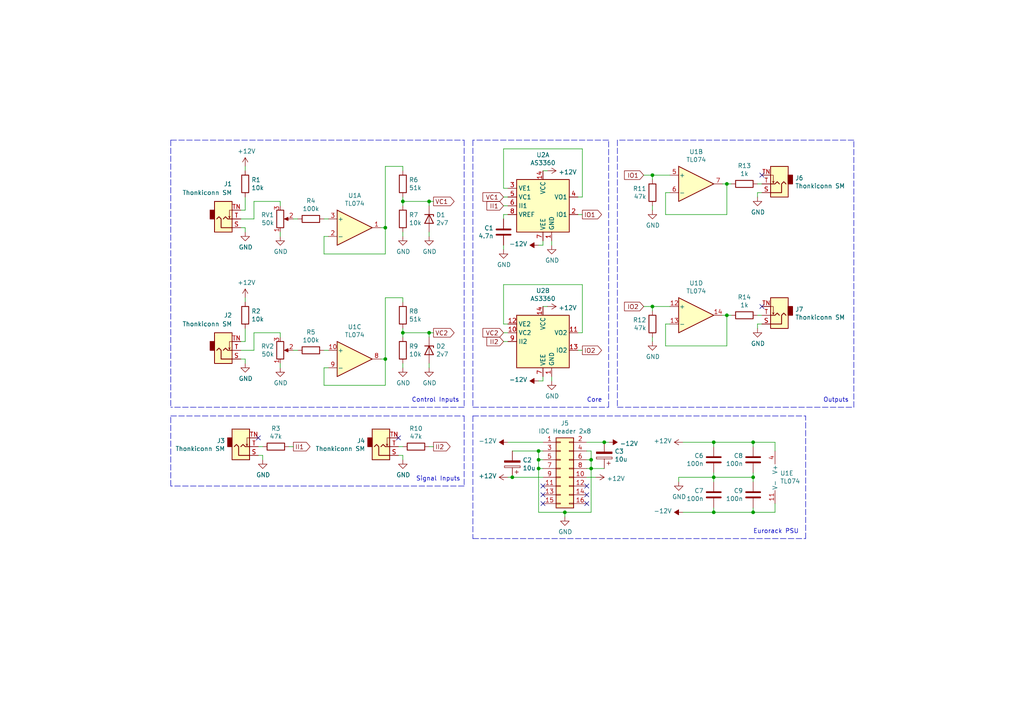
<source format=kicad_sch>
(kicad_sch (version 20211123) (generator eeschema)
  (paper "A4")
  (title_block (title "as3360-vca") (date "2022-06-28") (rev "1.1") (comment 3 "Released under CERN Open Hardware Licence Version 2 - Strongly Reciprocal") (comment 4 "Designed by: Rafael G. Martins"))
  (lib_symbols
    (symbol "Amplifier_Operational:TL074" (pin_names (offset 0.127))
      (property "Reference" "U" (at 0 5.08 0))
      (property "Value" "TL074" (at 0 -5.08 0))
      (symbol "TL074_1_1"
        (polyline (pts (xy -5.08 5.08) (xy 5.08 0) (xy -5.08 -5.08) (xy -5.08 5.08)) (stroke (width 0.254)) (fill (type background)))
        (pin output line (at 7.62 0 180) (length 2.54) (name "~") (number "1"))
        (pin input line (at -7.62 -2.54 0) (length 2.54) (name "-") (number "2"))
        (pin input line (at -7.62 2.54 0) (length 2.54) (name "+") (number "3"))
      )
      (symbol "TL074_2_1"
        (polyline (pts (xy -5.08 5.08) (xy 5.08 0) (xy -5.08 -5.08) (xy -5.08 5.08)) (stroke (width 0.254)) (fill (type background)))
        (pin input line (at -7.62 2.54 0) (length 2.54) (name "+") (number "5"))
        (pin input line (at -7.62 -2.54 0) (length 2.54) (name "-") (number "6"))
        (pin output line (at 7.62 0 180) (length 2.54) (name "~") (number "7"))
      )
      (symbol "TL074_3_1"
        (polyline (pts (xy -5.08 5.08) (xy 5.08 0) (xy -5.08 -5.08) (xy -5.08 5.08)) (stroke (width 0.254)) (fill (type background)))
        (pin input line (at -7.62 2.54 0) (length 2.54) (name "+") (number "10"))
        (pin output line (at 7.62 0 180) (length 2.54) (name "~") (number "8"))
        (pin input line (at -7.62 -2.54 0) (length 2.54) (name "-") (number "9"))
      )
      (symbol "TL074_4_1"
        (polyline (pts (xy -5.08 5.08) (xy 5.08 0) (xy -5.08 -5.08) (xy -5.08 5.08)) (stroke (width 0.254)) (fill (type background)))
        (pin input line (at -7.62 2.54 0) (length 2.54) (name "+") (number "12"))
        (pin input line (at -7.62 -2.54 0) (length 2.54) (name "-") (number "13"))
        (pin output line (at 7.62 0 180) (length 2.54) (name "~") (number "14"))
      )
      (symbol "TL074_5_1"
        (pin power_in line (at -2.54 -7.62 90) (length 3.81) (name "V-") (number "11"))
        (pin power_in line (at -2.54 7.62 270) (length 3.81) (name "V+") (number "4"))
      )
    )
    (symbol "Audio:AS3360"
      (property "Reference" "U" (at -5.08 10.16 0))
      (property "Value" "AS3360" (at 5.08 10.16 0))
      (symbol "AS3360_0_1"
        (rectangle (start -7.62 7.62) (end 7.62 -7.62) (stroke (width 0.254)) (fill (type background)))
        (pin power_in line (at 2.54 -10.16 90) (length 2.54) (name "GND") (number "1"))
        (pin power_in line (at 0 10.16 270) (length 2.54) (name "VCC") (number "14"))
        (pin power_in line (at 0 -10.16 90) (length 2.54) (name "VEE") (number "7"))
      )
      (symbol "AS3360_1_1"
        (pin output line (at 10.16 -2.54 180) (length 2.54) (name "IO1") (number "2"))
        (pin input line (at -10.16 5.08 0) (length 2.54) (name "VE1") (number "3"))
        (pin output line (at 10.16 2.54 180) (length 2.54) (name "VO1") (number "4"))
        (pin input line (at -10.16 2.54 0) (length 2.54) (name "VC1") (number "5"))
        (pin input line (at -10.16 0 0) (length 2.54) (name "II1") (number "6"))
        (pin passive line (at -10.16 -2.54 0) (length 2.54) (name "VREF") (number "8"))
      )
      (symbol "AS3360_2_1"
        (pin input line (at -10.16 2.54 0) (length 2.54) (name "VC2") (number "10"))
        (pin output line (at 10.16 2.54 180) (length 2.54) (name "VO2") (number "11"))
        (pin input line (at -10.16 5.08 0) (length 2.54) (name "VE2") (number "12"))
        (pin output line (at 10.16 -2.54 180) (length 2.54) (name "IO2") (number "13"))
        (pin input line (at -10.16 0 0) (length 2.54) (name "II2") (number "9"))
      )
    )
    (symbol "Connector:AudioJack2_SwitchT"
      (property "Reference" "J" (at 0 8.89 0))
      (property "Value" "AudioJack2_SwitchT" (at 0 6.35 0))
      (symbol "AudioJack2_SwitchT_0_1"
        (rectangle (start -2.54 0) (end -3.81 -2.54) (stroke (width 0.254)) (fill (type outline)))
        (polyline (pts (xy 1.778 -0.254) (xy 2.032 -0.762)))
        (polyline (pts (xy 0 0) (xy 0.635 -0.635) (xy 1.27 0) (xy 2.54 0)) (stroke (width 0.254)))
        (polyline (pts (xy 2.54 -2.54) (xy 1.778 -2.54) (xy 1.778 -0.254) (xy 1.524 -0.762)))
        (polyline (pts (xy 2.54 2.54) (xy -0.635 2.54) (xy -0.635 0) (xy -1.27 -0.635) (xy -1.905 0)) (stroke (width 0.254)))
        (rectangle (start 2.54 3.81) (end -2.54 -5.08) (stroke (width 0.254)) (fill (type background)))
      )
      (symbol "AudioJack2_SwitchT_1_1"
        (pin passive line (at 5.08 2.54 180) (length 2.54) (name "~") (number "S"))
        (pin passive line (at 5.08 0 180) (length 2.54) (name "~") (number "T"))
        (pin passive line (at 5.08 -2.54 180) (length 2.54) (name "~") (number "TN"))
      )
    )
    (symbol "Connector_Generic:Conn_02x08_Odd_Even" (pin_names (offset 1.016) hide)
      (property "Reference" "J" (at 1.27 10.16 0))
      (property "Value" "Conn_02x08_Odd_Even" (at 1.27 -12.7 0))
      (symbol "Conn_02x08_Odd_Even_1_1"
        (rectangle (start -1.27 -10.033) (end 0 -10.287) (stroke (width 0.1524)))
        (rectangle (start -1.27 -7.493) (end 0 -7.747) (stroke (width 0.1524)))
        (rectangle (start -1.27 -4.953) (end 0 -5.207) (stroke (width 0.1524)))
        (rectangle (start -1.27 -2.413) (end 0 -2.667) (stroke (width 0.1524)))
        (rectangle (start -1.27 0.127) (end 0 -0.127) (stroke (width 0.1524)))
        (rectangle (start -1.27 2.667) (end 0 2.413) (stroke (width 0.1524)))
        (rectangle (start -1.27 5.207) (end 0 4.953) (stroke (width 0.1524)))
        (rectangle (start -1.27 7.747) (end 0 7.493) (stroke (width 0.1524)))
        (rectangle (start -1.27 8.89) (end 3.81 -11.43) (stroke (width 0.254)) (fill (type background)))
        (rectangle (start 3.81 -10.033) (end 2.54 -10.287) (stroke (width 0.1524)))
        (rectangle (start 3.81 -7.493) (end 2.54 -7.747) (stroke (width 0.1524)))
        (rectangle (start 3.81 -4.953) (end 2.54 -5.207) (stroke (width 0.1524)))
        (rectangle (start 3.81 -2.413) (end 2.54 -2.667) (stroke (width 0.1524)))
        (rectangle (start 3.81 0.127) (end 2.54 -0.127) (stroke (width 0.1524)))
        (rectangle (start 3.81 2.667) (end 2.54 2.413) (stroke (width 0.1524)))
        (rectangle (start 3.81 5.207) (end 2.54 4.953) (stroke (width 0.1524)))
        (rectangle (start 3.81 7.747) (end 2.54 7.493) (stroke (width 0.1524)))
        (pin passive line (at -5.08 7.62 0) (length 3.81) (name "Pin_1") (number "1"))
        (pin passive line (at 7.62 -2.54 180) (length 3.81) (name "Pin_10") (number "10"))
        (pin passive line (at -5.08 -5.08 0) (length 3.81) (name "Pin_11") (number "11"))
        (pin passive line (at 7.62 -5.08 180) (length 3.81) (name "Pin_12") (number "12"))
        (pin passive line (at -5.08 -7.62 0) (length 3.81) (name "Pin_13") (number "13"))
        (pin passive line (at 7.62 -7.62 180) (length 3.81) (name "Pin_14") (number "14"))
        (pin passive line (at -5.08 -10.16 0) (length 3.81) (name "Pin_15") (number "15"))
        (pin passive line (at 7.62 -10.16 180) (length 3.81) (name "Pin_16") (number "16"))
        (pin passive line (at 7.62 7.62 180) (length 3.81) (name "Pin_2") (number "2"))
        (pin passive line (at -5.08 5.08 0) (length 3.81) (name "Pin_3") (number "3"))
        (pin passive line (at 7.62 5.08 180) (length 3.81) (name "Pin_4") (number "4"))
        (pin passive line (at -5.08 2.54 0) (length 3.81) (name "Pin_5") (number "5"))
        (pin passive line (at 7.62 2.54 180) (length 3.81) (name "Pin_6") (number "6"))
        (pin passive line (at -5.08 0 0) (length 3.81) (name "Pin_7") (number "7"))
        (pin passive line (at 7.62 0 180) (length 3.81) (name "Pin_8") (number "8"))
        (pin passive line (at -5.08 -2.54 0) (length 3.81) (name "Pin_9") (number "9"))
      )
    )
    (symbol "Device:C" (pin_numbers hide) (pin_names (offset 0.254))
      (property "Reference" "C" (at 0.635 2.54 0))
      (property "Value" "C" (at 0.635 -2.54 0))
      (symbol "C_0_1"
        (polyline (pts (xy -2.032 -0.762) (xy 2.032 -0.762)) (stroke (width 0.508)))
        (polyline (pts (xy -2.032 0.762) (xy 2.032 0.762)) (stroke (width 0.508)))
      )
      (symbol "C_1_1"
        (pin passive line (at 0 3.81 270) (length 2.794) (name "~") (number "1"))
        (pin passive line (at 0 -3.81 90) (length 2.794) (name "~") (number "2"))
      )
    )
    (symbol "Device:C_Polarized" (pin_numbers hide) (pin_names (offset 0.254))
      (property "Reference" "C" (at 0.635 2.54 0))
      (property "Value" "C_Polarized" (at 0.635 -2.54 0))
      (symbol "C_Polarized_0_1"
        (rectangle (start -2.286 0.508) (end 2.286 1.016))
        (polyline (pts (xy -1.778 2.286) (xy -0.762 2.286)))
        (polyline (pts (xy -1.27 2.794) (xy -1.27 1.778)))
        (rectangle (start 2.286 -0.508) (end -2.286 -1.016) (fill (type outline)))
      )
      (symbol "C_Polarized_1_1"
        (pin passive line (at 0 3.81 270) (length 2.794) (name "~") (number "1"))
        (pin passive line (at 0 -3.81 90) (length 2.794) (name "~") (number "2"))
      )
    )
    (symbol "Device:D_Zener" (pin_numbers hide) (pin_names (offset 1.016) hide)
      (property "Reference" "D" (at 0 2.54 0))
      (property "Value" "D_Zener" (at 0 -2.54 0))
      (symbol "D_Zener_0_1"
        (polyline (pts (xy 1.27 0) (xy -1.27 0)))
        (polyline (pts (xy -1.27 -1.27) (xy -1.27 1.27) (xy -0.762 1.27)) (stroke (width 0.254)))
        (polyline (pts (xy 1.27 -1.27) (xy 1.27 1.27) (xy -1.27 0) (xy 1.27 -1.27)) (stroke (width 0.254)))
      )
      (symbol "D_Zener_1_1"
        (pin passive line (at -3.81 0 0) (length 2.54) (name "K") (number "1"))
        (pin passive line (at 3.81 0 180) (length 2.54) (name "A") (number "2"))
      )
    )
    (symbol "Device:R" (pin_numbers hide) (pin_names (offset 0))
      (property "Reference" "R" (at 2.032 0 90))
      (property "Value" "R" (at 0 0 90))
      (symbol "R_0_1"
        (rectangle (start -1.016 -2.54) (end 1.016 2.54) (stroke (width 0.254)))
      )
      (symbol "R_1_1"
        (pin passive line (at 0 3.81 270) (length 1.27) (name "~") (number "1"))
        (pin passive line (at 0 -3.81 90) (length 1.27) (name "~") (number "2"))
      )
    )
    (symbol "Device:R_Potentiometer" (pin_names (offset 1.016) hide)
      (property "Reference" "RV" (at -4.445 0 90))
      (property "Value" "R_Potentiometer" (at -2.54 0 90))
      (symbol "R_Potentiometer_0_1"
        (polyline (pts (xy 2.54 0) (xy 1.524 0)))
        (polyline (pts (xy 1.143 0) (xy 2.286 0.508) (xy 2.286 -0.508) (xy 1.143 0)) (fill (type outline)))
        (rectangle (start 1.016 2.54) (end -1.016 -2.54) (stroke (width 0.254)))
      )
      (symbol "R_Potentiometer_1_1"
        (pin passive line (at 0 3.81 270) (length 1.27) (name "1") (number "1"))
        (pin passive line (at 3.81 0 180) (length 1.27) (name "2") (number "2"))
        (pin passive line (at 0 -3.81 90) (length 1.27) (name "3") (number "3"))
      )
    )
    (symbol "power:+12V" (power) (pin_names (offset 0))
      (property "Value" "+12V" (at 0 3.556 0))
      (symbol "+12V_0_1"
        (polyline (pts (xy -0.762 1.27) (xy 0 2.54)))
        (polyline (pts (xy 0 0) (xy 0 2.54)))
        (polyline (pts (xy 0 2.54) (xy 0.762 1.27)))
      )
      (symbol "+12V_1_1"
        (pin power_in line (at 0 0 90) (length 0) hide (name "+12V") (number "1"))
      )
    )
    (symbol "power:-12V" (power) (pin_names (offset 0))
      (property "Value" "-12V" (at 0 3.81 0))
      (symbol "-12V_0_0"
        (pin power_in line (at 0 0 90) (length 0) hide (name "-12V") (number "1"))
      )
      (symbol "-12V_0_1"
        (polyline (pts (xy 0 0) (xy 0 1.27) (xy 0.762 1.27) (xy 0 2.54) (xy -0.762 1.27) (xy 0 1.27)) (fill (type outline)))
      )
    )
    (symbol "power:GND" (power) (pin_names (offset 0))
      (property "Value" "GND" (at 0 -3.81 0))
      (symbol "GND_0_1"
        (polyline (pts (xy 0 0) (xy 0 -1.27) (xy 1.27 -1.27) (xy 0 -2.54) (xy -1.27 -1.27) (xy 0 -1.27)))
      )
      (symbol "GND_1_1"
        (pin power_in line (at 0 0 270) (length 0) hide (name "GND") (number "1"))
      )
    )
  )
  (junction (at 116.84 58.42))
  (junction (at 175.26 128.27))
  (junction (at 111.76 66.04))
  (junction (at 210.82 53.34))
  (junction (at 218.44 148.59))
  (junction (at 116.84 96.52))
  (junction (at 189.23 50.8))
  (junction (at 218.44 138.43))
  (junction (at 156.21 135.89))
  (junction (at 124.46 58.42))
  (junction (at 156.21 130.81))
  (junction (at 189.23 88.9))
  (junction (at 111.76 104.14))
  (junction (at 210.82 91.44))
  (junction (at 171.45 135.89))
  (junction (at 207.01 148.59))
  (junction (at 207.01 138.43))
  (junction (at 124.46 96.52))
  (junction (at 163.83 148.59))
  (junction (at 171.45 133.35))
  (junction (at 207.01 128.27))
  (junction (at 156.21 133.35))
  (junction (at 148.59 138.43))
  (junction (at 218.44 128.27))
  (no_connect (at 170.18 146.05))
  (no_connect (at 157.48 146.05))
  (no_connect (at 170.18 143.51))
  (no_connect (at 157.48 143.51))
  (no_connect (at 74.93 127))
  (no_connect (at 115.57 127))
  (no_connect (at 157.48 140.97))
  (no_connect (at 220.98 50.8))
  (no_connect (at 170.18 140.97))
  (no_connect (at 220.98 88.9))
  (wire (pts (xy 95.25 68.58) (xy 93.98 68.58)))
  (wire (pts (xy 116.84 132.08) (xy 116.84 133.35)))
  (wire (pts (xy 156.21 110.49) (xy 157.48 110.49)))
  (wire (pts (xy 71.12 104.14) (xy 71.12 105.41)))
  (wire (pts (xy 175.26 128.27) (xy 176.53 128.27)))
  (wire (pts (xy 157.48 49.53) (xy 158.75 49.53)))
  (wire (pts (xy 124.46 68.58) (xy 124.46 67.31)))
  (wire (pts (xy 124.46 59.69) (xy 124.46 58.42)))
  (wire (pts (xy 194.31 93.98) (xy 193.04 93.98)))
  (wire (pts (xy 193.04 93.98) (xy 193.04 100.33)))
  (polyline (pts (xy 176.53 118.11) (xy 176.53 40.64)))
  (wire (pts (xy 170.18 138.43) (xy 172.72 138.43)))
  (wire (pts (xy 163.83 148.59) (xy 171.45 148.59)))
  (wire (pts (xy 69.85 101.6) (xy 73.66 101.6)))
  (wire (pts (xy 85.09 63.5) (xy 86.36 63.5)))
  (wire (pts (xy 196.85 138.43) (xy 207.01 138.43)))
  (wire (pts (xy 146.05 43.18) (xy 168.91 43.18)))
  (wire (pts (xy 207.01 148.59) (xy 218.44 148.59)))
  (wire (pts (xy 171.45 148.59) (xy 171.45 135.89)))
  (polyline (pts (xy 137.16 156.21) (xy 233.68 156.21)))
  (wire (pts (xy 111.76 86.36) (xy 116.84 86.36)))
  (wire (pts (xy 146.05 62.23) (xy 147.32 62.23)))
  (wire (pts (xy 218.44 128.27) (xy 224.79 128.27)))
  (wire (pts (xy 210.82 53.34) (xy 209.55 53.34)))
  (wire (pts (xy 116.84 57.15) (xy 116.84 58.42)))
  (polyline (pts (xy 176.53 40.64) (xy 137.16 40.64)))
  (wire (pts (xy 210.82 62.23) (xy 210.82 53.34)))
  (wire (pts (xy 147.32 128.27) (xy 157.48 128.27)))
  (wire (pts (xy 189.23 88.9) (xy 194.31 88.9)))
  (wire (pts (xy 74.93 129.54) (xy 76.2 129.54)))
  (wire (pts (xy 81.28 106.68) (xy 81.28 105.41)))
  (wire (pts (xy 218.44 148.59) (xy 224.79 148.59)))
  (wire (pts (xy 93.98 63.5) (xy 95.25 63.5)))
  (wire (pts (xy 69.85 66.04) (xy 71.12 66.04)))
  (polyline (pts (xy 247.65 118.11) (xy 247.65 40.64)))
  (wire (pts (xy 189.23 99.06) (xy 189.23 97.79)))
  (wire (pts (xy 160.02 69.85) (xy 160.02 71.12)))
  (wire (pts (xy 193.04 100.33) (xy 210.82 100.33)))
  (wire (pts (xy 71.12 60.96) (xy 71.12 57.15)))
  (wire (pts (xy 186.69 50.8) (xy 189.23 50.8)))
  (wire (pts (xy 207.01 129.54) (xy 207.01 128.27)))
  (wire (pts (xy 170.18 135.89) (xy 171.45 135.89)))
  (wire (pts (xy 168.91 57.15) (xy 167.64 57.15)))
  (wire (pts (xy 157.48 88.9) (xy 158.75 88.9)))
  (wire (pts (xy 116.84 96.52) (xy 116.84 97.79)))
  (wire (pts (xy 219.71 93.98) (xy 220.98 93.98)))
  (wire (pts (xy 111.76 48.26) (xy 111.76 66.04)))
  (wire (pts (xy 73.66 58.42) (xy 81.28 58.42)))
  (wire (pts (xy 167.64 101.6) (xy 168.91 101.6)))
  (wire (pts (xy 146.05 54.61) (xy 146.05 43.18)))
  (wire (pts (xy 111.76 73.66) (xy 111.76 66.04)))
  (polyline (pts (xy 49.53 40.64) (xy 134.62 40.64)))
  (wire (pts (xy 147.32 93.98) (xy 146.05 93.98)))
  (wire (pts (xy 71.12 66.04) (xy 71.12 67.31)))
  (wire (pts (xy 189.23 60.96) (xy 189.23 59.69)))
  (polyline (pts (xy 49.53 140.97) (xy 49.53 120.65)))
  (wire (pts (xy 193.04 62.23) (xy 210.82 62.23)))
  (wire (pts (xy 73.66 63.5) (xy 73.66 58.42)))
  (wire (pts (xy 81.28 68.58) (xy 81.28 67.31)))
  (wire (pts (xy 207.01 138.43) (xy 207.01 137.16)))
  (wire (pts (xy 219.71 95.25) (xy 219.71 93.98)))
  (wire (pts (xy 116.84 95.25) (xy 116.84 96.52)))
  (wire (pts (xy 168.91 82.55) (xy 168.91 96.52)))
  (wire (pts (xy 210.82 100.33) (xy 210.82 91.44)))
  (wire (pts (xy 170.18 128.27) (xy 175.26 128.27)))
  (polyline (pts (xy 134.62 40.64) (xy 134.62 118.11)))
  (wire (pts (xy 146.05 63.5) (xy 146.05 62.23)))
  (wire (pts (xy 81.28 96.52) (xy 81.28 97.79)))
  (wire (pts (xy 81.28 58.42) (xy 81.28 59.69)))
  (wire (pts (xy 71.12 99.06) (xy 71.12 95.25)))
  (wire (pts (xy 189.23 50.8) (xy 194.31 50.8)))
  (wire (pts (xy 147.32 138.43) (xy 148.59 138.43)))
  (wire (pts (xy 85.09 101.6) (xy 86.36 101.6)))
  (wire (pts (xy 218.44 148.59) (xy 218.44 147.32)))
  (wire (pts (xy 156.21 130.81) (xy 156.21 133.35)))
  (wire (pts (xy 147.32 54.61) (xy 146.05 54.61)))
  (polyline (pts (xy 137.16 118.11) (xy 176.53 118.11)))
  (wire (pts (xy 171.45 135.89) (xy 175.26 135.89)))
  (wire (pts (xy 156.21 133.35) (xy 156.21 135.89)))
  (wire (pts (xy 116.84 48.26) (xy 116.84 49.53)))
  (polyline (pts (xy 247.65 40.64) (xy 179.07 40.64)))
  (wire (pts (xy 116.84 58.42) (xy 116.84 59.69)))
  (wire (pts (xy 111.76 66.04) (xy 110.49 66.04)))
  (wire (pts (xy 93.98 73.66) (xy 111.76 73.66)))
  (wire (pts (xy 157.48 130.81) (xy 156.21 130.81)))
  (wire (pts (xy 146.05 82.55) (xy 168.91 82.55)))
  (wire (pts (xy 207.01 139.7) (xy 207.01 138.43)))
  (wire (pts (xy 116.84 68.58) (xy 116.84 67.31)))
  (wire (pts (xy 116.84 58.42) (xy 124.46 58.42)))
  (wire (pts (xy 218.44 138.43) (xy 218.44 139.7)))
  (wire (pts (xy 157.48 110.49) (xy 157.48 109.22)))
  (wire (pts (xy 157.48 71.12) (xy 157.48 69.85)))
  (wire (pts (xy 73.66 101.6) (xy 73.66 96.52)))
  (wire (pts (xy 111.76 86.36) (xy 111.76 104.14)))
  (wire (pts (xy 210.82 91.44) (xy 212.09 91.44)))
  (wire (pts (xy 69.85 104.14) (xy 71.12 104.14)))
  (wire (pts (xy 111.76 48.26) (xy 116.84 48.26)))
  (polyline (pts (xy 233.68 156.21) (xy 233.68 120.65)))
  (wire (pts (xy 146.05 72.39) (xy 146.05 71.12)))
  (wire (pts (xy 218.44 129.54) (xy 218.44 128.27)))
  (wire (pts (xy 146.05 93.98) (xy 146.05 82.55)))
  (wire (pts (xy 124.46 58.42) (xy 125.73 58.42)))
  (wire (pts (xy 115.57 132.08) (xy 116.84 132.08)))
  (wire (pts (xy 93.98 111.76) (xy 111.76 111.76)))
  (wire (pts (xy 210.82 53.34) (xy 212.09 53.34)))
  (wire (pts (xy 207.01 138.43) (xy 218.44 138.43)))
  (wire (pts (xy 146.05 99.06) (xy 147.32 99.06)))
  (wire (pts (xy 146.05 96.52) (xy 147.32 96.52)))
  (wire (pts (xy 124.46 96.52) (xy 125.73 96.52)))
  (wire (pts (xy 116.84 96.52) (xy 124.46 96.52)))
  (wire (pts (xy 219.71 55.88) (xy 220.98 55.88)))
  (wire (pts (xy 156.21 135.89) (xy 156.21 148.59)))
  (wire (pts (xy 124.46 129.54) (xy 125.73 129.54)))
  (wire (pts (xy 95.25 106.68) (xy 93.98 106.68)))
  (wire (pts (xy 71.12 87.63) (xy 71.12 86.36)))
  (wire (pts (xy 219.71 53.34) (xy 220.98 53.34)))
  (polyline (pts (xy 134.62 118.11) (xy 49.53 118.11)))
  (wire (pts (xy 207.01 148.59) (xy 207.01 147.32)))
  (wire (pts (xy 83.82 129.54) (xy 85.09 129.54)))
  (wire (pts (xy 171.45 135.89) (xy 171.45 133.35)))
  (wire (pts (xy 168.91 43.18) (xy 168.91 57.15)))
  (wire (pts (xy 168.91 96.52) (xy 167.64 96.52)))
  (wire (pts (xy 157.48 133.35) (xy 156.21 133.35)))
  (wire (pts (xy 116.84 106.68) (xy 116.84 105.41)))
  (polyline (pts (xy 134.62 120.65) (xy 134.62 140.97)))
  (wire (pts (xy 69.85 63.5) (xy 73.66 63.5)))
  (wire (pts (xy 146.05 59.69) (xy 147.32 59.69)))
  (wire (pts (xy 219.71 91.44) (xy 220.98 91.44)))
  (wire (pts (xy 74.93 132.08) (xy 76.2 132.08)))
  (wire (pts (xy 189.23 90.17) (xy 189.23 88.9)))
  (polyline (pts (xy 137.16 120.65) (xy 233.68 120.65)))
  (wire (pts (xy 196.85 139.7) (xy 196.85 138.43)))
  (wire (pts (xy 124.46 97.79) (xy 124.46 96.52)))
  (wire (pts (xy 69.85 99.06) (xy 71.12 99.06)))
  (polyline (pts (xy 49.53 40.64) (xy 49.53 118.11)))
  (wire (pts (xy 69.85 60.96) (xy 71.12 60.96)))
  (wire (pts (xy 157.48 135.89) (xy 156.21 135.89)))
  (wire (pts (xy 146.05 57.15) (xy 147.32 57.15)))
  (wire (pts (xy 156.21 148.59) (xy 163.83 148.59)))
  (polyline (pts (xy 137.16 40.64) (xy 137.16 118.11)))
  (polyline (pts (xy 179.07 118.11) (xy 247.65 118.11)))
  (wire (pts (xy 210.82 91.44) (xy 209.55 91.44)))
  (wire (pts (xy 207.01 128.27) (xy 218.44 128.27)))
  (wire (pts (xy 111.76 111.76) (xy 111.76 104.14)))
  (polyline (pts (xy 179.07 40.64) (xy 179.07 118.11)))
  (wire (pts (xy 156.21 71.12) (xy 157.48 71.12)))
  (wire (pts (xy 170.18 133.35) (xy 171.45 133.35)))
  (wire (pts (xy 193.04 55.88) (xy 193.04 62.23)))
  (wire (pts (xy 116.84 86.36) (xy 116.84 87.63)))
  (wire (pts (xy 71.12 49.53) (xy 71.12 48.26)))
  (wire (pts (xy 115.57 129.54) (xy 116.84 129.54)))
  (wire (pts (xy 163.83 148.59) (xy 163.83 149.86)))
  (wire (pts (xy 93.98 101.6) (xy 95.25 101.6)))
  (wire (pts (xy 93.98 68.58) (xy 93.98 73.66)))
  (wire (pts (xy 167.64 62.23) (xy 168.91 62.23)))
  (wire (pts (xy 171.45 133.35) (xy 171.45 130.81)))
  (wire (pts (xy 198.12 128.27) (xy 207.01 128.27)))
  (wire (pts (xy 111.76 104.14) (xy 110.49 104.14)))
  (wire (pts (xy 148.59 130.81) (xy 156.21 130.81)))
  (wire (pts (xy 124.46 106.68) (xy 124.46 105.41)))
  (wire (pts (xy 224.79 148.59) (xy 224.79 146.05)))
  (polyline (pts (xy 49.53 120.65) (xy 134.62 120.65)))
  (wire (pts (xy 160.02 109.22) (xy 160.02 110.49)))
  (wire (pts (xy 76.2 132.08) (xy 76.2 133.35)))
  (wire (pts (xy 189.23 52.07) (xy 189.23 50.8)))
  (polyline (pts (xy 134.62 140.97) (xy 49.53 140.97)))
  (wire (pts (xy 171.45 130.81) (xy 170.18 130.81)))
  (polyline (pts (xy 137.16 120.65) (xy 137.16 156.21)))
  (wire (pts (xy 198.12 148.59) (xy 207.01 148.59)))
  (wire (pts (xy 194.31 55.88) (xy 193.04 55.88)))
  (wire (pts (xy 224.79 128.27) (xy 224.79 130.81)))
  (wire (pts (xy 219.71 57.15) (xy 219.71 55.88)))
  (wire (pts (xy 93.98 106.68) (xy 93.98 111.76)))
  (wire (pts (xy 148.59 138.43) (xy 157.48 138.43)))
  (wire (pts (xy 186.69 88.9) (xy 189.23 88.9)))
  (wire (pts (xy 73.66 96.52) (xy 81.28 96.52)))
  (wire (pts (xy 218.44 137.16) (xy 218.44 138.43)))
  (text "Core" (at 170.18 116.84 0) (effects (font (size 1.27 1.27)) (justify left bottom)))
  (text "Signal Inputs" (at 120.65 139.7 0) (effects (font (size 1.27 1.27)) (justify left bottom)))
  (text "Outputs" (at 238.76 116.84 0) (effects (font (size 1.27 1.27)) (justify left bottom)))
  (text "Eurorack PSU" (at 218.44 154.94 0) (effects (font (size 1.27 1.27)) (justify left bottom)))
  (text "Control Inputs" (at 119.38 116.84 0) (effects (font (size 1.27 1.27)) (justify left bottom)))
  (global_label "VC1" (shape output) (at 125.73 58.42 0) (property "Intersheet References" "${INTERSHEET_REFS}" (effects hide)))
  (global_label "IO2" (shape input) (at 186.69 88.9 180) (property "Intersheet References" "${INTERSHEET_REFS}" (effects hide)))
  (global_label "II2" (shape output) (at 125.73 129.54 0) (property "Intersheet References" "${INTERSHEET_REFS}" (effects hide)))
  (global_label "VC2" (shape input) (at 146.05 96.52 180) (property "Intersheet References" "${INTERSHEET_REFS}" (effects hide)))
  (global_label "II1" (shape input) (at 146.05 59.69 180) (property "Intersheet References" "${INTERSHEET_REFS}" (effects hide)))
  (global_label "IO1" (shape output) (at 168.91 62.23 0) (property "Intersheet References" "${INTERSHEET_REFS}" (effects hide)))
  (global_label "II1" (shape output) (at 85.09 129.54 0) (property "Intersheet References" "${INTERSHEET_REFS}" (effects hide)))
  (global_label "VC2" (shape output) (at 125.73 96.52 0) (property "Intersheet References" "${INTERSHEET_REFS}" (effects hide)))
  (global_label "VC1" (shape input) (at 146.05 57.15 180) (property "Intersheet References" "${INTERSHEET_REFS}" (effects hide)))
  (global_label "IO1" (shape input) (at 186.69 50.8 180) (property "Intersheet References" "${INTERSHEET_REFS}" (effects hide)))
  (global_label "II2" (shape input) (at 146.05 99.06 180) (property "Intersheet References" "${INTERSHEET_REFS}" (effects hide)))
  (global_label "IO2" (shape output) (at 168.91 101.6 0) (property "Intersheet References" "${INTERSHEET_REFS}" (effects hide)))
  (symbol (lib_id "Amplifier_Operational:TL074") (at 201.93 53.34 0) (unit 2)
    (property "Reference" "U1" (at 201.93 44.0182 0))
    (property "Value" "TL074" (at 201.93 46.3296 0))
    (property "Footprint" "Package_DIP:DIP-14_W7.62mm" (effects hide))
    (property "Datasheet" "http://www.ti.com/lit/ds/symlink/tl071.pdf" (effects hide))
  )
  (symbol (lib_id "Device:R") (at 71.12 53.34 180) (unit 1)
    (property "Reference" "R1" (at 72.898 52.1716 0) (effects (justify right)))
    (property "Value" "10k" (at 72.898 54.483 0) (effects (justify right)))
    (property "Footprint" "Resistor_THT:R_Axial_DIN0207_L6.3mm_D2.5mm_P10.16mm_Horizontal" (effects hide))
  )
  (symbol (lib_id "power:+12V") (at 71.12 48.26 0) (unit 1)
    (property "Reference" "#PWR0126" (effects hide))
    (property "Value" "+12V" (at 71.501 43.8658 0))
  )
  (symbol (lib_id "Audio:AS3360") (at 157.48 59.69 0) (unit 1)
    (property "Reference" "U2" (at 157.48 44.9326 0))
    (property "Value" "AS3360" (at 157.48 47.244 0))
    (property "Footprint" "Package_DIP:DIP-14_W7.62mm" (effects hide))
    (property "Datasheet" "http://www.alfarzpp.lv/eng/sc/AS3360.pdf" (effects hide))
  )
  (symbol (lib_id "Device:C") (at 146.05 67.31 0) (unit 1)
    (property "Reference" "C1" (at 143.1544 66.1416 0) (effects (justify right)))
    (property "Value" "4.7n" (at 143.1544 68.453 0) (effects (justify right)))
    (property "Footprint" "Capacitor_THT:C_Rect_L7.0mm_W2.5mm_P5.00mm" (effects hide))
  )
  (symbol (lib_id "power:GND") (at 146.05 72.39 0) (unit 1)
    (property "Reference" "#PWR0101" (effects hide))
    (property "Value" "GND" (at 146.177 76.7842 0))
  )
  (symbol (lib_id "power:GND") (at 160.02 71.12 0) (unit 1)
    (property "Reference" "#PWR0102" (effects hide))
    (property "Value" "GND" (at 160.147 75.5142 0))
  )
  (symbol (lib_id "power:+12V") (at 158.75 49.53 270) (unit 1)
    (property "Reference" "#PWR0103" (effects hide))
    (property "Value" "+12V" (at 162.0012 49.911 90) (effects (justify left)))
  )
  (symbol (lib_id "power:-12V") (at 156.21 71.12 90) (unit 1)
    (property "Reference" "#PWR0104" (effects hide))
    (property "Value" "-12V" (at 152.9588 70.739 90) (effects (justify left)))
  )
  (symbol (lib_id "power:GND") (at 160.02 110.49 0) (unit 1)
    (property "Reference" "#PWR0105" (effects hide))
    (property "Value" "GND" (at 160.147 114.8842 0))
  )
  (symbol (lib_id "power:+12V") (at 158.75 88.9 270) (unit 1)
    (property "Reference" "#PWR0106" (effects hide))
    (property "Value" "+12V" (at 162.0012 89.281 90) (effects (justify left)))
  )
  (symbol (lib_id "power:-12V") (at 156.21 110.49 90) (unit 1)
    (property "Reference" "#PWR0107" (effects hide))
    (property "Value" "-12V" (at 152.9588 110.109 90) (effects (justify left)))
  )
  (symbol (lib_id "Audio:AS3360") (at 157.48 99.06 0) (unit 2)
    (property "Reference" "U2" (at 157.48 84.3026 0))
    (property "Value" "AS3360" (at 157.48 86.614 0))
    (property "Footprint" "Package_DIP:DIP-14_W7.62mm" (effects hide))
    (property "Datasheet" "http://www.alfarzpp.lv/eng/sc/AS3360.pdf" (effects hide))
  )
  (symbol (lib_id "power:GND") (at 189.23 60.96 0) (unit 1)
    (property "Reference" "#PWR0108" (effects hide))
    (property "Value" "GND" (at 189.357 65.3542 0))
  )
  (symbol (lib_id "Device:R") (at 189.23 55.88 0) (unit 1)
    (property "Reference" "R11" (at 187.4774 54.7116 0) (effects (justify right)))
    (property "Value" "47k" (at 187.4774 57.023 0) (effects (justify right)))
    (property "Footprint" "Resistor_THT:R_Axial_DIN0207_L6.3mm_D2.5mm_P10.16mm_Horizontal" (effects hide))
  )
  (symbol (lib_id "Device:R") (at 215.9 53.34 270) (unit 1)
    (property "Reference" "R13" (at 215.9 48.0822 90))
    (property "Value" "1k" (at 215.9 50.3936 90))
    (property "Footprint" "Resistor_THT:R_Axial_DIN0207_L6.3mm_D2.5mm_P10.16mm_Horizontal" (effects hide))
  )
  (symbol (lib_id "power:GND") (at 219.71 57.15 0) (unit 1)
    (property "Reference" "#PWR0109" (effects hide))
    (property "Value" "GND" (at 219.837 61.5442 0))
  )
  (symbol (lib_id "Connector:AudioJack2_SwitchT") (at 226.06 53.34 180) (unit 1)
    (property "Reference" "J6" (at 230.632 51.6382 0) (effects (justify right)))
    (property "Value" "Thonkiconn SM" (at 230.632 53.9496 0) (effects (justify right)))
    (property "Footprint" "eurorack:Jack_3.5mm_QingPu_WQP-PJ398SM_Vertical" (effects hide))
  )
  (symbol (lib_id "power:GND") (at 189.23 99.06 0) (unit 1)
    (property "Reference" "#PWR0110" (effects hide))
    (property "Value" "GND" (at 189.357 103.4542 0))
  )
  (symbol (lib_id "Device:R") (at 189.23 93.98 0) (unit 1)
    (property "Reference" "R12" (at 187.4774 92.8116 0) (effects (justify right)))
    (property "Value" "47k" (at 187.4774 95.123 0) (effects (justify right)))
    (property "Footprint" "Resistor_THT:R_Axial_DIN0207_L6.3mm_D2.5mm_P10.16mm_Horizontal" (effects hide))
  )
  (symbol (lib_id "Device:R") (at 215.9 91.44 270) (unit 1)
    (property "Reference" "R14" (at 215.9 86.1822 90))
    (property "Value" "1k" (at 215.9 88.4936 90))
    (property "Footprint" "Resistor_THT:R_Axial_DIN0207_L6.3mm_D2.5mm_P10.16mm_Horizontal" (effects hide))
  )
  (symbol (lib_id "power:GND") (at 219.71 95.25 0) (unit 1)
    (property "Reference" "#PWR0111" (effects hide))
    (property "Value" "GND" (at 219.837 99.6442 0))
  )
  (symbol (lib_id "Connector:AudioJack2_SwitchT") (at 226.06 91.44 180) (unit 1)
    (property "Reference" "J7" (at 230.632 89.7382 0) (effects (justify right)))
    (property "Value" "Thonkiconn SM" (at 230.632 92.0496 0) (effects (justify right)))
    (property "Footprint" "eurorack:Jack_3.5mm_QingPu_WQP-PJ398SM_Vertical" (effects hide))
  )
  (symbol (lib_id "Device:C") (at 207.01 133.35 0) (unit 1)
    (property "Reference" "C6" (at 204.089 132.1816 0) (effects (justify right)))
    (property "Value" "100n" (at 204.089 134.493 0) (effects (justify right)))
    (property "Footprint" "Capacitor_THT:C_Disc_D4.3mm_W1.9mm_P5.00mm" (effects hide))
  )
  (symbol (lib_id "Device:C") (at 207.01 143.51 0) (unit 1)
    (property "Reference" "C7" (at 204.089 142.3416 0) (effects (justify right)))
    (property "Value" "100n" (at 204.089 144.653 0) (effects (justify right)))
    (property "Footprint" "Capacitor_THT:C_Disc_D4.3mm_W1.9mm_P5.00mm" (effects hide))
  )
  (symbol (lib_id "power:GND") (at 196.85 139.7 0) (unit 1)
    (property "Reference" "#PWR0112" (effects hide))
    (property "Value" "GND" (at 196.977 144.0942 0))
  )
  (symbol (lib_id "power:+12V") (at 198.12 128.27 90) (unit 1)
    (property "Reference" "#PWR0113" (effects hide))
    (property "Value" "+12V" (at 194.8688 127.889 90) (effects (justify left)))
  )
  (symbol (lib_id "power:-12V") (at 198.12 148.59 90) (unit 1)
    (property "Reference" "#PWR0114" (effects hide))
    (property "Value" "-12V" (at 194.8688 148.209 90) (effects (justify left)))
  )
  (symbol (lib_id "power:GND") (at 71.12 105.41 0) (unit 1)
    (property "Reference" "#PWR0127" (effects hide))
    (property "Value" "GND" (at 71.247 109.8042 0))
  )
  (symbol (lib_id "Device:R_Potentiometer") (at 81.28 101.6 0) (mirror x) (unit 1)
    (property "Reference" "RV2" (at 79.502 100.4316 0) (effects (justify right)))
    (property "Value" "50k" (at 79.502 102.743 0) (effects (justify right)))
    (property "Footprint" "Potentiometer_THT:Potentiometer_Alpha_RD901F-40-00D_Single_Vertical_CircularHoles" (effects hide))
  )
  (symbol (lib_id "power:GND") (at 81.28 106.68 0) (unit 1)
    (property "Reference" "#PWR0128" (effects hide))
    (property "Value" "GND" (at 81.407 111.0742 0))
  )
  (symbol (lib_id "Device:R") (at 116.84 101.6 180) (unit 1)
    (property "Reference" "R9" (at 118.618 100.4316 0) (effects (justify right)))
    (property "Value" "10k" (at 118.618 102.743 0) (effects (justify right)))
    (property "Footprint" "Resistor_THT:R_Axial_DIN0207_L6.3mm_D2.5mm_P10.16mm_Horizontal" (effects hide))
  )
  (symbol (lib_id "Device:R") (at 116.84 91.44 180) (unit 1)
    (property "Reference" "R8" (at 118.618 90.2716 0) (effects (justify right)))
    (property "Value" "51k" (at 118.618 92.583 0) (effects (justify right)))
    (property "Footprint" "Resistor_THT:R_Axial_DIN0207_L6.3mm_D2.5mm_P10.16mm_Horizontal" (effects hide))
  )
  (symbol (lib_id "Device:R") (at 90.17 101.6 270) (unit 1)
    (property "Reference" "R5" (at 90.17 96.3422 90))
    (property "Value" "100k" (at 90.17 98.6536 90))
    (property "Footprint" "Resistor_THT:R_Axial_DIN0207_L6.3mm_D2.5mm_P10.16mm_Horizontal" (effects hide))
  )
  (symbol (lib_id "power:GND") (at 116.84 106.68 0) (unit 1)
    (property "Reference" "#PWR0129" (effects hide))
    (property "Value" "GND" (at 116.967 111.0742 0))
  )
  (symbol (lib_id "power:GND") (at 124.46 106.68 0) (unit 1)
    (property "Reference" "#PWR0130" (effects hide))
    (property "Value" "GND" (at 124.587 111.0742 0))
  )
  (symbol (lib_id "Device:D_Zener") (at 124.46 101.6 270) (unit 1)
    (property "Reference" "D2" (at 126.492 100.4316 90) (effects (justify left)))
    (property "Value" "2v7" (at 126.492 102.743 90) (effects (justify left)))
    (property "Footprint" "Diode_THT:D_DO-35_SOD27_P7.62mm_Horizontal" (effects hide))
  )
  (symbol (lib_id "Device:R") (at 71.12 91.44 180) (unit 1)
    (property "Reference" "R2" (at 72.898 90.2716 0) (effects (justify right)))
    (property "Value" "10k" (at 72.898 92.583 0) (effects (justify right)))
    (property "Footprint" "Resistor_THT:R_Axial_DIN0207_L6.3mm_D2.5mm_P10.16mm_Horizontal" (effects hide))
  )
  (symbol (lib_id "power:+12V") (at 71.12 86.36 0) (unit 1)
    (property "Reference" "#PWR0131" (effects hide))
    (property "Value" "+12V" (at 71.501 81.9658 0))
  )
  (symbol (lib_id "Connector:AudioJack2_SwitchT") (at 64.77 101.6 0) (mirror x) (unit 1)
    (property "Reference" "J2" (at 67.31 91.44 0) (effects (justify right)))
    (property "Value" "Thonkiconn SM" (at 67.31 93.98 0) (effects (justify right)))
    (property "Footprint" "eurorack:Jack_3.5mm_QingPu_WQP-PJ398SM_Vertical" (effects hide))
  )
  (symbol (lib_id "Device:C") (at 218.44 133.35 0) (unit 1)
    (property "Reference" "C8" (at 215.519 132.1816 0) (effects (justify right)))
    (property "Value" "100n" (at 215.519 134.493 0) (effects (justify right)))
    (property "Footprint" "Capacitor_THT:C_Disc_D4.3mm_W1.9mm_P5.00mm" (effects hide))
  )
  (symbol (lib_id "Device:C") (at 218.44 143.51 0) (unit 1)
    (property "Reference" "C9" (at 215.519 142.3416 0) (effects (justify right)))
    (property "Value" "100n" (at 215.519 144.653 0) (effects (justify right)))
    (property "Footprint" "Capacitor_THT:C_Disc_D4.3mm_W1.9mm_P5.00mm" (effects hide))
  )
  (symbol (lib_id "Connector:AudioJack2_SwitchT") (at 64.77 63.5 0) (mirror x) (unit 1)
    (property "Reference" "J1" (at 67.31 53.34 0) (effects (justify right)))
    (property "Value" "Thonkiconn SM" (at 67.31 55.88 0) (effects (justify right)))
    (property "Footprint" "eurorack:Jack_3.5mm_QingPu_WQP-PJ398SM_Vertical" (effects hide))
  )
  (symbol (lib_id "power:GND") (at 71.12 67.31 0) (unit 1)
    (property "Reference" "#PWR0115" (effects hide))
    (property "Value" "GND" (at 71.247 71.7042 0))
  )
  (symbol (lib_id "Device:R_Potentiometer") (at 81.28 63.5 0) (mirror x) (unit 1)
    (property "Reference" "RV1" (at 79.502 62.3316 0) (effects (justify right)))
    (property "Value" "50k" (at 79.502 64.643 0) (effects (justify right)))
    (property "Footprint" "Potentiometer_THT:Potentiometer_Alpha_RD901F-40-00D_Single_Vertical_CircularHoles" (effects hide))
  )
  (symbol (lib_id "power:GND") (at 81.28 68.58 0) (unit 1)
    (property "Reference" "#PWR0116" (effects hide))
    (property "Value" "GND" (at 81.407 72.9742 0))
  )
  (symbol (lib_id "Device:R") (at 90.17 63.5 270) (unit 1)
    (property "Reference" "R4" (at 90.17 58.2422 90))
    (property "Value" "100k" (at 90.17 60.5536 90))
    (property "Footprint" "Resistor_THT:R_Axial_DIN0207_L6.3mm_D2.5mm_P10.16mm_Horizontal" (effects hide))
  )
  (symbol (lib_id "Connector_Generic:Conn_02x08_Odd_Even") (at 162.56 135.89 0) (unit 1)
    (property "Reference" "J5" (at 163.83 122.7582 0))
    (property "Value" "IDC Header 2x8" (at 163.83 125.0696 0))
    (property "Footprint" "Connector_IDC:IDC-Header_2x08_P2.54mm_Vertical" (effects hide))
  )
  (symbol (lib_id "power:GND") (at 163.83 149.86 0) (unit 1)
    (property "Reference" "#PWR0117" (effects hide))
    (property "Value" "GND" (at 163.957 154.2542 0))
  )
  (symbol (lib_id "power:+12V") (at 147.32 138.43 90) (unit 1)
    (property "Reference" "#PWR0118" (effects hide))
    (property "Value" "+12V" (at 144.0688 138.049 90) (effects (justify left)))
  )
  (symbol (lib_id "power:-12V") (at 147.32 128.27 90) (unit 1)
    (property "Reference" "#PWR0119" (effects hide))
    (property "Value" "-12V" (at 144.0688 127.889 90) (effects (justify left)))
  )
  (symbol (lib_id "Device:C_Polarized") (at 148.59 134.62 180) (unit 1)
    (property "Reference" "C2" (at 151.5872 133.4516 0) (effects (justify right)))
    (property "Value" "10u" (at 151.5872 135.763 0) (effects (justify right)))
    (property "Footprint" "Capacitor_THT:CP_Radial_D5.0mm_P2.50mm" (effects hide))
  )
  (symbol (lib_id "Device:C_Polarized") (at 175.26 132.08 180) (unit 1)
    (property "Reference" "C3" (at 178.2572 130.9116 0) (effects (justify right)))
    (property "Value" "10u" (at 178.2572 133.223 0) (effects (justify right)))
    (property "Footprint" "Capacitor_THT:CP_Radial_D5.0mm_P2.50mm" (effects hide))
  )
  (symbol (lib_id "power:-12V") (at 176.53 128.27 270) (unit 1)
    (property "Reference" "#PWR0120" (effects hide))
    (property "Value" "-12V" (at 179.7812 128.651 90) (effects (justify left)))
  )
  (symbol (lib_id "power:+12V") (at 172.72 138.43 270) (unit 1)
    (property "Reference" "#PWR0121" (effects hide))
    (property "Value" "+12V" (at 175.9712 138.811 90) (effects (justify left)))
  )
  (symbol (lib_id "Device:R") (at 116.84 53.34 180) (unit 1)
    (property "Reference" "R6" (at 118.618 52.1716 0) (effects (justify right)))
    (property "Value" "51k" (at 118.618 54.483 0) (effects (justify right)))
    (property "Footprint" "Resistor_THT:R_Axial_DIN0207_L6.3mm_D2.5mm_P10.16mm_Horizontal" (effects hide))
  )
  (symbol (lib_id "Device:R") (at 116.84 63.5 180) (unit 1)
    (property "Reference" "R7" (at 118.618 62.3316 0) (effects (justify right)))
    (property "Value" "10k" (at 118.618 64.643 0) (effects (justify right)))
    (property "Footprint" "Resistor_THT:R_Axial_DIN0207_L6.3mm_D2.5mm_P10.16mm_Horizontal" (effects hide))
  )
  (symbol (lib_id "power:GND") (at 116.84 68.58 0) (unit 1)
    (property "Reference" "#PWR0124" (effects hide))
    (property "Value" "GND" (at 116.967 72.9742 0))
  )
  (symbol (lib_id "Amplifier_Operational:TL074") (at 102.87 66.04 0) (unit 1)
    (property "Reference" "U1" (at 102.87 56.7182 0))
    (property "Value" "TL074" (at 102.87 59.0296 0))
    (property "Footprint" "Package_DIP:DIP-14_W7.62mm" (effects hide))
    (property "Datasheet" "http://www.ti.com/lit/ds/symlink/tl071.pdf" (effects hide))
  )
  (symbol (lib_id "Amplifier_Operational:TL074") (at 102.87 104.14 0) (unit 3)
    (property "Reference" "U1" (at 102.87 94.8182 0))
    (property "Value" "TL074" (at 102.87 97.1296 0))
    (property "Footprint" "Package_DIP:DIP-14_W7.62mm" (effects hide))
    (property "Datasheet" "http://www.ti.com/lit/ds/symlink/tl071.pdf" (effects hide))
  )
  (symbol (lib_id "Amplifier_Operational:TL074") (at 201.93 91.44 0) (unit 4)
    (property "Reference" "U1" (at 201.93 82.1182 0))
    (property "Value" "TL074" (at 201.93 84.4296 0))
    (property "Footprint" "Package_DIP:DIP-14_W7.62mm" (effects hide))
    (property "Datasheet" "http://www.ti.com/lit/ds/symlink/tl071.pdf" (effects hide))
  )
  (symbol (lib_id "Amplifier_Operational:TL074") (at 227.33 138.43 0) (unit 5)
    (property "Reference" "U1" (at 226.2632 137.2616 0) (effects (justify left)))
    (property "Value" "TL074" (at 226.2632 139.573 0) (effects (justify left)))
    (property "Footprint" "Package_DIP:DIP-14_W7.62mm" (effects hide))
    (property "Datasheet" "http://www.ti.com/lit/ds/symlink/tl071.pdf" (effects hide))
  )
  (symbol (lib_id "Connector:AudioJack2_SwitchT") (at 69.85 129.54 0) (mirror x) (unit 1)
    (property "Reference" "J3" (at 65.278 127.8382 0) (effects (justify right)))
    (property "Value" "Thonkiconn SM" (at 65.278 130.1496 0) (effects (justify right)))
    (property "Footprint" "eurorack:Jack_3.5mm_QingPu_WQP-PJ398SM_Vertical" (effects hide))
  )
  (symbol (lib_id "Device:R") (at 80.01 129.54 270) (unit 1)
    (property "Reference" "R3" (at 80.01 124.2822 90))
    (property "Value" "47k" (at 80.01 126.5936 90))
    (property "Footprint" "Resistor_THT:R_Axial_DIN0207_L6.3mm_D2.5mm_P10.16mm_Horizontal" (effects hide))
  )
  (symbol (lib_id "power:GND") (at 76.2 133.35 0) (unit 1)
    (property "Reference" "#PWR0122" (effects hide))
    (property "Value" "GND" (at 76.327 137.7442 0))
  )
  (symbol (lib_id "Connector:AudioJack2_SwitchT") (at 110.49 129.54 0) (mirror x) (unit 1)
    (property "Reference" "J4" (at 105.918 127.8382 0) (effects (justify right)))
    (property "Value" "Thonkiconn SM" (at 105.918 130.1496 0) (effects (justify right)))
    (property "Footprint" "eurorack:Jack_3.5mm_QingPu_WQP-PJ398SM_Vertical" (effects hide))
  )
  (symbol (lib_id "Device:R") (at 120.65 129.54 270) (unit 1)
    (property "Reference" "R10" (at 120.65 124.2822 90))
    (property "Value" "47k" (at 120.65 126.5936 90))
    (property "Footprint" "Resistor_THT:R_Axial_DIN0207_L6.3mm_D2.5mm_P10.16mm_Horizontal" (effects hide))
  )
  (symbol (lib_id "power:GND") (at 116.84 133.35 0) (unit 1)
    (property "Reference" "#PWR0123" (effects hide))
    (property "Value" "GND" (at 116.967 137.7442 0))
  )
  (symbol (lib_id "power:GND") (at 124.46 68.58 0) (unit 1)
    (property "Reference" "#PWR0125" (effects hide))
    (property "Value" "GND" (at 124.587 72.9742 0))
  )
  (symbol (lib_id "Device:D_Zener") (at 124.46 63.5 270) (unit 1)
    (property "Reference" "D1" (at 126.492 62.3316 90) (effects (justify left)))
    (property "Value" "2v7" (at 126.492 64.643 90) (effects (justify left)))
    (property "Footprint" "Diode_THT:D_DO-35_SOD27_P7.62mm_Horizontal" (effects hide))
  )
)
</source>
